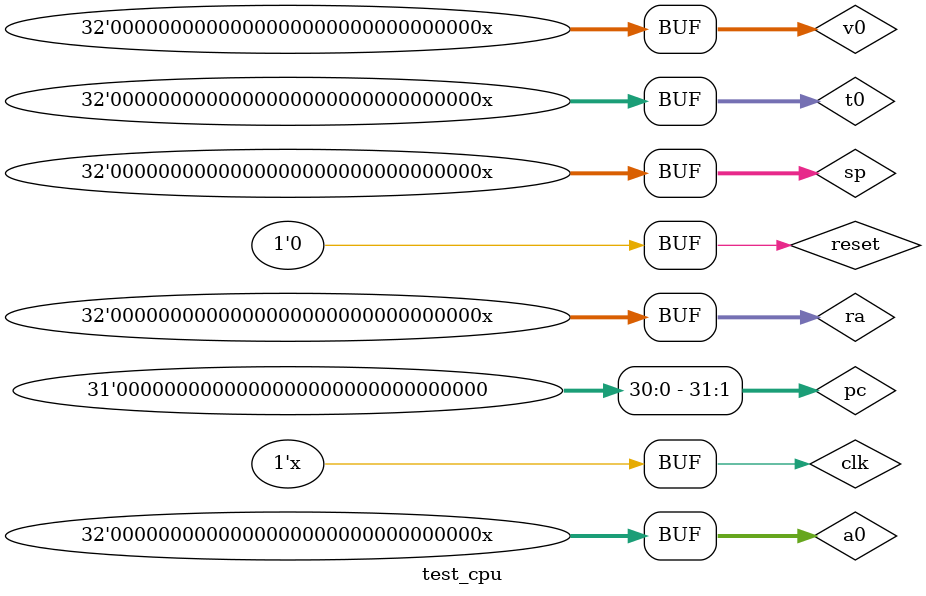
<source format=v>
`timescale 1ns/1ns
module test_cpu();
	
	reg reset;
	reg clk;
	wire [31:0] a0,t0,v0,ra,sp,pc;
	
	assign a0=cpu1.register_file1.RF_data[4];
	assign v0=cpu1.register_file1.RF_data[2];
	assign t0=cpu1.register_file1.RF_data[8];
	assign ra=cpu1.register_file1.RF_data[31];
	assign sp=cpu1.register_file1.RF_data[29];
	assign pc=cpu1.if_pc;
	
	CPU cpu1(reset, clk);
	initial begin
		reset = 1;
		clk = 1;
		#100 reset = 0;
	end
	
	always #50 clk = ~clk;
		
endmodule

</source>
